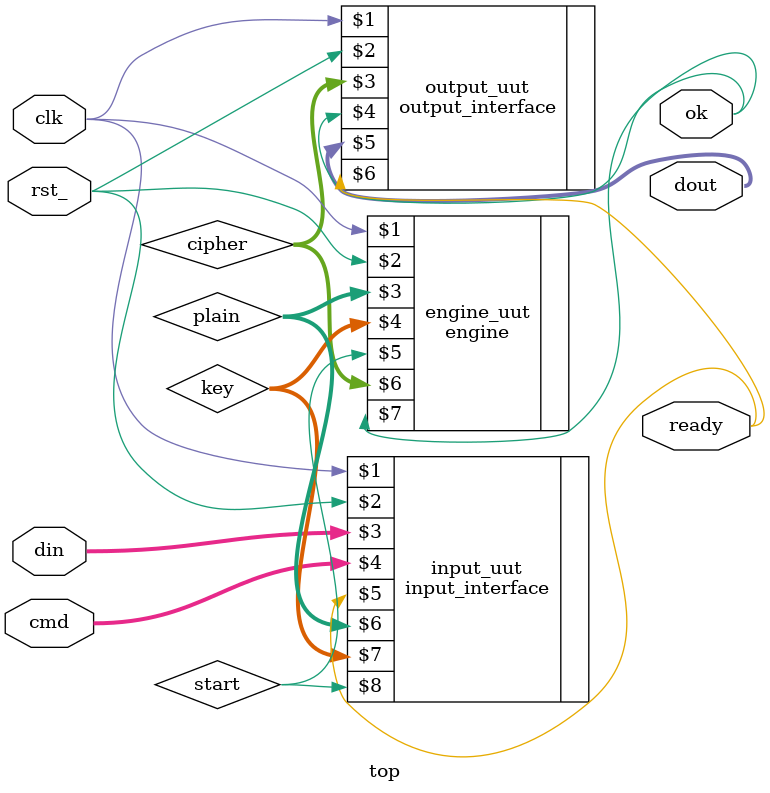
<source format=v>
module top(
    input clk,
    input rst_,
    input [8:1] din,
    input [2:1] cmd,
    output [8:1]dout,
    output ok,
    output ready
);

    wire [128:1] plain;
    wire [128:1] key;
    wire [128:1] cipher;

input_interface input_uut(clk,rst_,din,cmd,ready,plain,key,start);

engine engine_uut(clk,rst_,plain,key,start,cipher,ok);

output_interface output_uut(clk,rst_,cipher,ok,dout,ready);


endmodule
</source>
